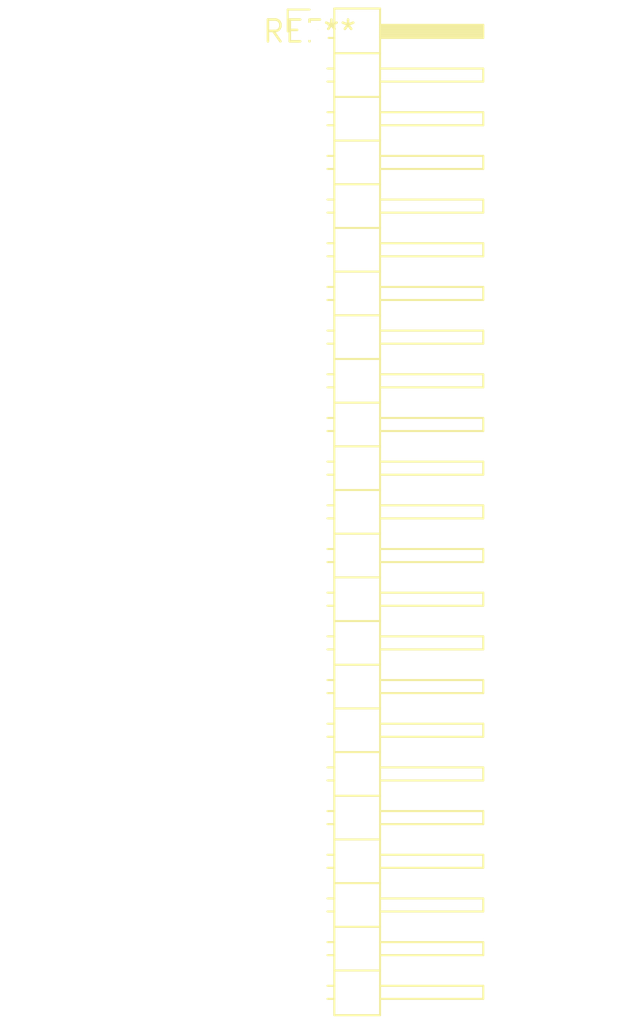
<source format=kicad_pcb>
(kicad_pcb (version 20240108) (generator pcbnew)
  (layers (0 "F.Cu" signal) (31 "B.Cu" signal) (34 "B.Paste" user) (35 "F.Paste" user) (36 "B.SilkS" user "B.Silkscreen") (37 "F.SilkS" user "F.Silkscreen") (38 "B.Mask" user) (39 "F.Mask" user) (44 "Edge.Cuts" user))
  (net 0 "")
  (footprint "PinHeader_1x23_P2.54mm_Horizontal" (layer "F.Cu") (at 0 0)
    (property "Reference" "REF**")
    (property "Value" "PinHeader_1x23_P2.54mm_Horizontal")
    (fp_line (start -1.27 -1.27) (end 0 -1.27) (layer "F.SilkS") (stroke (width 0.12)))
    (fp_line (start -1.27 0) (end -1.27 -1.27) (layer "F.SilkS") (stroke (width 0.12)))
    (fp_line (start 1.042929 2.16) (end 1.44 2.16) (layer "F.SilkS") (stroke (width 0.12)))
    (fp_line (start 1.042929 2.92) (end 1.44 2.92) (layer "F.SilkS") (stroke (width 0.12)))
    (fp_line (start 1.042929 4.7) (end 1.44 4.7) (layer "F.SilkS") (stroke (width 0.12)))
    (fp_line (start 1.042929 5.46) (end 1.44 5.46) (layer "F.SilkS") (stroke (width 0.12)))
    (fp_line (start 1.042929 7.24) (end 1.44 7.24) (layer "F.SilkS") (stroke (width 0.12)))
    (fp_line (start 1.042929 8) (end 1.44 8) (layer "F.SilkS") (stroke (width 0.12)))
    (fp_line (start 1.042929 9.78) (end 1.44 9.78) (layer "F.SilkS") (stroke (width 0.12)))
    (fp_line (start 1.042929 10.54) (end 1.44 10.54) (layer "F.SilkS") (stroke (width 0.12)))
    (fp_line (start 1.042929 12.32) (end 1.44 12.32) (layer "F.SilkS") (stroke (width 0.12)))
    (fp_line (start 1.042929 13.08) (end 1.44 13.08) (layer "F.SilkS") (stroke (width 0.12)))
    (fp_line (start 1.042929 14.86) (end 1.44 14.86) (layer "F.SilkS") (stroke (width 0.12)))
    (fp_line (start 1.042929 15.62) (end 1.44 15.62) (layer "F.SilkS") (stroke (width 0.12)))
    (fp_line (start 1.042929 17.4) (end 1.44 17.4) (layer "F.SilkS") (stroke (width 0.12)))
    (fp_line (start 1.042929 18.16) (end 1.44 18.16) (layer "F.SilkS") (stroke (width 0.12)))
    (fp_line (start 1.042929 19.94) (end 1.44 19.94) (layer "F.SilkS") (stroke (width 0.12)))
    (fp_line (start 1.042929 20.7) (end 1.44 20.7) (layer "F.SilkS") (stroke (width 0.12)))
    (fp_line (start 1.042929 22.48) (end 1.44 22.48) (layer "F.SilkS") (stroke (width 0.12)))
    (fp_line (start 1.042929 23.24) (end 1.44 23.24) (layer "F.SilkS") (stroke (width 0.12)))
    (fp_line (start 1.042929 25.02) (end 1.44 25.02) (layer "F.SilkS") (stroke (width 0.12)))
    (fp_line (start 1.042929 25.78) (end 1.44 25.78) (layer "F.SilkS") (stroke (width 0.12)))
    (fp_line (start 1.042929 27.56) (end 1.44 27.56) (layer "F.SilkS") (stroke (width 0.12)))
    (fp_line (start 1.042929 28.32) (end 1.44 28.32) (layer "F.SilkS") (stroke (width 0.12)))
    (fp_line (start 1.042929 30.1) (end 1.44 30.1) (layer "F.SilkS") (stroke (width 0.12)))
    (fp_line (start 1.042929 30.86) (end 1.44 30.86) (layer "F.SilkS") (stroke (width 0.12)))
    (fp_line (start 1.042929 32.64) (end 1.44 32.64) (layer "F.SilkS") (stroke (width 0.12)))
    (fp_line (start 1.042929 33.4) (end 1.44 33.4) (layer "F.SilkS") (stroke (width 0.12)))
    (fp_line (start 1.042929 35.18) (end 1.44 35.18) (layer "F.SilkS") (stroke (width 0.12)))
    (fp_line (start 1.042929 35.94) (end 1.44 35.94) (layer "F.SilkS") (stroke (width 0.12)))
    (fp_line (start 1.042929 37.72) (end 1.44 37.72) (layer "F.SilkS") (stroke (width 0.12)))
    (fp_line (start 1.042929 38.48) (end 1.44 38.48) (layer "F.SilkS") (stroke (width 0.12)))
    (fp_line (start 1.042929 40.26) (end 1.44 40.26) (layer "F.SilkS") (stroke (width 0.12)))
    (fp_line (start 1.042929 41.02) (end 1.44 41.02) (layer "F.SilkS") (stroke (width 0.12)))
    (fp_line (start 1.042929 42.8) (end 1.44 42.8) (layer "F.SilkS") (stroke (width 0.12)))
    (fp_line (start 1.042929 43.56) (end 1.44 43.56) (layer "F.SilkS") (stroke (width 0.12)))
    (fp_line (start 1.042929 45.34) (end 1.44 45.34) (layer "F.SilkS") (stroke (width 0.12)))
    (fp_line (start 1.042929 46.1) (end 1.44 46.1) (layer "F.SilkS") (stroke (width 0.12)))
    (fp_line (start 1.042929 47.88) (end 1.44 47.88) (layer "F.SilkS") (stroke (width 0.12)))
    (fp_line (start 1.042929 48.64) (end 1.44 48.64) (layer "F.SilkS") (stroke (width 0.12)))
    (fp_line (start 1.042929 50.42) (end 1.44 50.42) (layer "F.SilkS") (stroke (width 0.12)))
    (fp_line (start 1.042929 51.18) (end 1.44 51.18) (layer "F.SilkS") (stroke (width 0.12)))
    (fp_line (start 1.042929 52.96) (end 1.44 52.96) (layer "F.SilkS") (stroke (width 0.12)))
    (fp_line (start 1.042929 53.72) (end 1.44 53.72) (layer "F.SilkS") (stroke (width 0.12)))
    (fp_line (start 1.042929 55.5) (end 1.44 55.5) (layer "F.SilkS") (stroke (width 0.12)))
    (fp_line (start 1.042929 56.26) (end 1.44 56.26) (layer "F.SilkS") (stroke (width 0.12)))
    (fp_line (start 1.11 -0.38) (end 1.44 -0.38) (layer "F.SilkS") (stroke (width 0.12)))
    (fp_line (start 1.11 0.38) (end 1.44 0.38) (layer "F.SilkS") (stroke (width 0.12)))
    (fp_line (start 1.44 -1.33) (end 1.44 57.21) (layer "F.SilkS") (stroke (width 0.12)))
    (fp_line (start 1.44 1.27) (end 4.1 1.27) (layer "F.SilkS") (stroke (width 0.12)))
    (fp_line (start 1.44 3.81) (end 4.1 3.81) (layer "F.SilkS") (stroke (width 0.12)))
    (fp_line (start 1.44 6.35) (end 4.1 6.35) (layer "F.SilkS") (stroke (width 0.12)))
    (fp_line (start 1.44 8.89) (end 4.1 8.89) (layer "F.SilkS") (stroke (width 0.12)))
    (fp_line (start 1.44 11.43) (end 4.1 11.43) (layer "F.SilkS") (stroke (width 0.12)))
    (fp_line (start 1.44 13.97) (end 4.1 13.97) (layer "F.SilkS") (stroke (width 0.12)))
    (fp_line (start 1.44 16.51) (end 4.1 16.51) (layer "F.SilkS") (stroke (width 0.12)))
    (fp_line (start 1.44 19.05) (end 4.1 19.05) (layer "F.SilkS") (stroke (width 0.12)))
    (fp_line (start 1.44 21.59) (end 4.1 21.59) (layer "F.SilkS") (stroke (width 0.12)))
    (fp_line (start 1.44 24.13) (end 4.1 24.13) (layer "F.SilkS") (stroke (width 0.12)))
    (fp_line (start 1.44 26.67) (end 4.1 26.67) (layer "F.SilkS") (stroke (width 0.12)))
    (fp_line (start 1.44 29.21) (end 4.1 29.21) (layer "F.SilkS") (stroke (width 0.12)))
    (fp_line (start 1.44 31.75) (end 4.1 31.75) (layer "F.SilkS") (stroke (width 0.12)))
    (fp_line (start 1.44 34.29) (end 4.1 34.29) (layer "F.SilkS") (stroke (width 0.12)))
    (fp_line (start 1.44 36.83) (end 4.1 36.83) (layer "F.SilkS") (stroke (width 0.12)))
    (fp_line (start 1.44 39.37) (end 4.1 39.37) (layer "F.SilkS") (stroke (width 0.12)))
    (fp_line (start 1.44 41.91) (end 4.1 41.91) (layer "F.SilkS") (stroke (width 0.12)))
    (fp_line (start 1.44 44.45) (end 4.1 44.45) (layer "F.SilkS") (stroke (width 0.12)))
    (fp_line (start 1.44 46.99) (end 4.1 46.99) (layer "F.SilkS") (stroke (width 0.12)))
    (fp_line (start 1.44 49.53) (end 4.1 49.53) (layer "F.SilkS") (stroke (width 0.12)))
    (fp_line (start 1.44 52.07) (end 4.1 52.07) (layer "F.SilkS") (stroke (width 0.12)))
    (fp_line (start 1.44 54.61) (end 4.1 54.61) (layer "F.SilkS") (stroke (width 0.12)))
    (fp_line (start 1.44 57.21) (end 4.1 57.21) (layer "F.SilkS") (stroke (width 0.12)))
    (fp_line (start 4.1 -1.33) (end 1.44 -1.33) (layer "F.SilkS") (stroke (width 0.12)))
    (fp_line (start 4.1 -0.38) (end 10.1 -0.38) (layer "F.SilkS") (stroke (width 0.12)))
    (fp_line (start 4.1 -0.32) (end 10.1 -0.32) (layer "F.SilkS") (stroke (width 0.12)))
    (fp_line (start 4.1 -0.2) (end 10.1 -0.2) (layer "F.SilkS") (stroke (width 0.12)))
    (fp_line (start 4.1 -0.08) (end 10.1 -0.08) (layer "F.SilkS") (stroke (width 0.12)))
    (fp_line (start 4.1 0.04) (end 10.1 0.04) (layer "F.SilkS") (stroke (width 0.12)))
    (fp_line (start 4.1 0.16) (end 10.1 0.16) (layer "F.SilkS") (stroke (width 0.12)))
    (fp_line (start 4.1 0.28) (end 10.1 0.28) (layer "F.SilkS") (stroke (width 0.12)))
    (fp_line (start 4.1 2.16) (end 10.1 2.16) (layer "F.SilkS") (stroke (width 0.12)))
    (fp_line (start 4.1 4.7) (end 10.1 4.7) (layer "F.SilkS") (stroke (width 0.12)))
    (fp_line (start 4.1 7.24) (end 10.1 7.24) (layer "F.SilkS") (stroke (width 0.12)))
    (fp_line (start 4.1 9.78) (end 10.1 9.78) (layer "F.SilkS") (stroke (width 0.12)))
    (fp_line (start 4.1 12.32) (end 10.1 12.32) (layer "F.SilkS") (stroke (width 0.12)))
    (fp_line (start 4.1 14.86) (end 10.1 14.86) (layer "F.SilkS") (stroke (width 0.12)))
    (fp_line (start 4.1 17.4) (end 10.1 17.4) (layer "F.SilkS") (stroke (width 0.12)))
    (fp_line (start 4.1 19.94) (end 10.1 19.94) (layer "F.SilkS") (stroke (width 0.12)))
    (fp_line (start 4.1 22.48) (end 10.1 22.48) (layer "F.SilkS") (stroke (width 0.12)))
    (fp_line (start 4.1 25.02) (end 10.1 25.02) (layer "F.SilkS") (stroke (width 0.12)))
    (fp_line (start 4.1 27.56) (end 10.1 27.56) (layer "F.SilkS") (stroke (width 0.12)))
    (fp_line (start 4.1 30.1) (end 10.1 30.1) (layer "F.SilkS") (stroke (width 0.12)))
    (fp_line (start 4.1 32.64) (end 10.1 32.64) (layer "F.SilkS") (stroke (width 0.12)))
    (fp_line (start 4.1 35.18) (end 10.1 35.18) (layer "F.SilkS") (stroke (width 0.12)))
    (fp_line (start 4.1 37.72) (end 10.1 37.72) (layer "F.SilkS") (stroke (width 0.12)))
    (fp_line (start 4.1 40.26) (end 10.1 40.26) (layer "F.SilkS") (stroke (width 0.12)))
    (fp_line (start 4.1 42.8) (end 10.1 42.8) (layer "F.SilkS") (stroke (width 0.12)))
    (fp_line (start 4.1 45.34) (end 10.1 45.34) (layer "F.SilkS") (stroke (width 0.12)))
    (fp_line (start 4.1 47.88) (end 10.1 47.88) (layer "F.SilkS") (stroke (width 0.12)))
    (fp_line (start 4.1 50.42) (end 10.1 50.42) (layer "F.SilkS") (stroke (width 0.12)))
    (fp_line (start 4.1 52.96) (end 10.1 52.96) (layer "F.SilkS") (stroke (width 0.12)))
    (fp_line (start 4.1 55.5) (end 10.1 55.5) (layer "F.SilkS") (stroke (width 0.12)))
    (fp_line (start 4.1 57.21) (end 4.1 -1.33) (layer "F.SilkS") (stroke (width 0.12)))
    (fp_line (start 10.1 -0.38) (end 10.1 0.38) (layer "F.SilkS") (stroke (width 0.12)))
    (fp_line (start 10.1 0.38) (end 4.1 0.38) (layer "F.SilkS") (stroke (width 0.12)))
    (fp_line (start 10.1 2.16) (end 10.1 2.92) (layer "F.SilkS") (stroke (width 0.12)))
    (fp_line (start 10.1 2.92) (end 4.1 2.92) (layer "F.SilkS") (stroke (width 0.12)))
    (fp_line (start 10.1 4.7) (end 10.1 5.46) (layer "F.SilkS") (stroke (width 0.12)))
    (fp_line (start 10.1 5.46) (end 4.1 5.46) (layer "F.SilkS") (stroke (width 0.12)))
    (fp_line (start 10.1 7.24) (end 10.1 8) (layer "F.SilkS") (stroke (width 0.12)))
    (fp_line (start 10.1 8) (end 4.1 8) (layer "F.SilkS") (stroke (width 0.12)))
    (fp_line (start 10.1 9.78) (end 10.1 10.54) (layer "F.SilkS") (stroke (width 0.12)))
    (fp_line (start 10.1 10.54) (end 4.1 10.54) (layer "F.SilkS") (stroke (width 0.12)))
    (fp_line (start 10.1 12.32) (end 10.1 13.08) (layer "F.SilkS") (stroke (width 0.12)))
    (fp_line (start 10.1 13.08) (end 4.1 13.08) (layer "F.SilkS") (stroke (width 0.12)))
    (fp_line (start 10.1 14.86) (end 10.1 15.62) (layer "F.SilkS") (stroke (width 0.12)))
    (fp_line (start 10.1 15.62) (end 4.1 15.62) (layer "F.SilkS") (stroke (width 0.12)))
    (fp_line (start 10.1 17.4) (end 10.1 18.16) (layer "F.SilkS") (stroke (width 0.12)))
    (fp_line (start 10.1 18.16) (end 4.1 18.16) (layer "F.SilkS") (stroke (width 0.12)))
    (fp_line (start 10.1 19.94) (end 10.1 20.7) (layer "F.SilkS") (stroke (width 0.12)))
    (fp_line (start 10.1 20.7) (end 4.1 20.7) (layer "F.SilkS") (stroke (width 0.12)))
    (fp_line (start 10.1 22.48) (end 10.1 23.24) (layer "F.SilkS") (stroke (width 0.12)))
    (fp_line (start 10.1 23.24) (end 4.1 23.24) (layer "F.SilkS") (stroke (width 0.12)))
    (fp_line (start 10.1 25.02) (end 10.1 25.78) (layer "F.SilkS") (stroke (width 0.12)))
    (fp_line (start 10.1 25.78) (end 4.1 25.78) (layer "F.SilkS") (stroke (width 0.12)))
    (fp_line (start 10.1 27.56) (end 10.1 28.32) (layer "F.SilkS") (stroke (width 0.12)))
    (fp_line (start 10.1 28.32) (end 4.1 28.32) (layer "F.SilkS") (stroke (width 0.12)))
    (fp_line (start 10.1 30.1) (end 10.1 30.86) (layer "F.SilkS") (stroke (width 0.12)))
    (fp_line (start 10.1 30.86) (end 4.1 30.86) (layer "F.SilkS") (stroke (width 0.12)))
    (fp_line (start 10.1 32.64) (end 10.1 33.4) (layer "F.SilkS") (stroke (width 0.12)))
    (fp_line (start 10.1 33.4) (end 4.1 33.4) (layer "F.SilkS") (stroke (width 0.12)))
    (fp_line (start 10.1 35.18) (end 10.1 35.94) (layer "F.SilkS") (stroke (width 0.12)))
    (fp_line (start 10.1 35.94) (end 4.1 35.94) (layer "F.SilkS") (stroke (width 0.12)))
    (fp_line (start 10.1 37.72) (end 10.1 38.48) (layer "F.SilkS") (stroke (width 0.12)))
    (fp_line (start 10.1 38.48) (end 4.1 38.48) (layer "F.SilkS") (stroke (width 0.12)))
    (fp_line (start 10.1 40.26) (end 10.1 41.02) (layer "F.SilkS") (stroke (width 0.12)))
    (fp_line (start 10.1 41.02) (end 4.1 41.02) (layer "F.SilkS") (stroke (width 0.12)))
    (fp_line (start 10.1 42.8) (end 10.1 43.56) (layer "F.SilkS") (stroke (width 0.12)))
    (fp_line (start 10.1 43.56) (end 4.1 43.56) (layer "F.SilkS") (stroke (width 0.12)))
    (fp_line (start 10.1 45.34) (end 10.1 46.1) (layer "F.SilkS") (stroke (width 0.12)))
    (fp_line (start 10.1 46.1) (end 4.1 46.1) (layer "F.SilkS") (stroke (width 0.12)))
    (fp_line (start 10.1 47.88) (end 10.1 48.64) (layer "F.SilkS") (stroke (width 0.12)))
    (fp_line (start 10.1 48.64) (end 4.1 48.64) (layer "F.SilkS") (stroke (width 0.12)))
    (fp_line (start 10.1 50.42) (end 10.1 51.18) (layer "F.SilkS") (stroke (width 0.12)))
    (fp_line (start 10.1 51.18) (end 4.1 51.18) (layer "F.SilkS") (stroke (width 0.12)))
    (fp_line (start 10.1 52.96) (end 10.1 53.72) (layer "F.SilkS") (stroke (width 0.12)))
    (fp_line (start 10.1 53.72) (end 4.1 53.72) (layer "F.SilkS") (stroke (width 0.12)))
    (fp_line (start 10.1 55.5) (end 10.1 56.26) (layer "F.SilkS") (stroke (width 0.12)))
    (fp_line (start 10.1 56.26) (end 4.1 56.26) (layer "F.SilkS") (stroke (width 0.12)))
    (pad "1" thru_hole rect (at 0 0) (size 1.7 1.7) (drill 1) (layers *.Cu *.Mask) (remove_unused_layers))
    (pad "2" thru_hole oval (at 0 2.54) (size 1.7 1.7) (drill 1) (layers *.Cu *.Mask) (remove_unused_layers))
    (pad "3" thru_hole oval (at 0 5.08) (size 1.7 1.7) (drill 1) (layers *.Cu *.Mask) (remove_unused_layers))
    (pad "4" thru_hole oval (at 0 7.62) (size 1.7 1.7) (drill 1) (layers *.Cu *.Mask) (remove_unused_layers))
    (pad "5" thru_hole oval (at 0 10.16) (size 1.7 1.7) (drill 1) (layers *.Cu *.Mask) (remove_unused_layers))
    (pad "6" thru_hole oval (at 0 12.7) (size 1.7 1.7) (drill 1) (layers *.Cu *.Mask) (remove_unused_layers))
    (pad "7" thru_hole oval (at 0 15.24) (size 1.7 1.7) (drill 1) (layers *.Cu *.Mask) (remove_unused_layers))
    (pad "8" thru_hole oval (at 0 17.78) (size 1.7 1.7) (drill 1) (layers *.Cu *.Mask) (remove_unused_layers))
    (pad "9" thru_hole oval (at 0 20.32) (size 1.7 1.7) (drill 1) (layers *.Cu *.Mask) (remove_unused_layers))
    (pad "10" thru_hole oval (at 0 22.86) (size 1.7 1.7) (drill 1) (layers *.Cu *.Mask) (remove_unused_layers))
    (pad "11" thru_hole oval (at 0 25.4) (size 1.7 1.7) (drill 1) (layers *.Cu *.Mask) (remove_unused_layers))
    (pad "12" thru_hole oval (at 0 27.94) (size 1.7 1.7) (drill 1) (layers *.Cu *.Mask) (remove_unused_layers))
    (pad "13" thru_hole oval (at 0 30.48) (size 1.7 1.7) (drill 1) (layers *.Cu *.Mask) (remove_unused_layers))
    (pad "14" thru_hole oval (at 0 33.02) (size 1.7 1.7) (drill 1) (layers *.Cu *.Mask) (remove_unused_layers))
    (pad "15" thru_hole oval (at 0 35.56) (size 1.7 1.7) (drill 1) (layers *.Cu *.Mask) (remove_unused_layers))
    (pad "16" thru_hole oval (at 0 38.1) (size 1.7 1.7) (drill 1) (layers *.Cu *.Mask) (remove_unused_layers))
    (pad "17" thru_hole oval (at 0 40.64) (size 1.7 1.7) (drill 1) (layers *.Cu *.Mask) (remove_unused_layers))
    (pad "18" thru_hole oval (at 0 43.18) (size 1.7 1.7) (drill 1) (layers *.Cu *.Mask) (remove_unused_layers))
    (pad "19" thru_hole oval (at 0 45.72) (size 1.7 1.7) (drill 1) (layers *.Cu *.Mask) (remove_unused_layers))
    (pad "20" thru_hole oval (at 0 48.26) (size 1.7 1.7) (drill 1) (layers *.Cu *.Mask) (remove_unused_layers))
    (pad "21" thru_hole oval (at 0 50.8) (size 1.7 1.7) (drill 1) (layers *.Cu *.Mask) (remove_unused_layers))
    (pad "22" thru_hole oval (at 0 53.34) (size 1.7 1.7) (drill 1) (layers *.Cu *.Mask) (remove_unused_layers))
    (pad "23" thru_hole oval (at 0 55.88) (size 1.7 1.7) (drill 1) (layers *.Cu *.Mask) (remove_unused_layers))
  )
)
</source>
